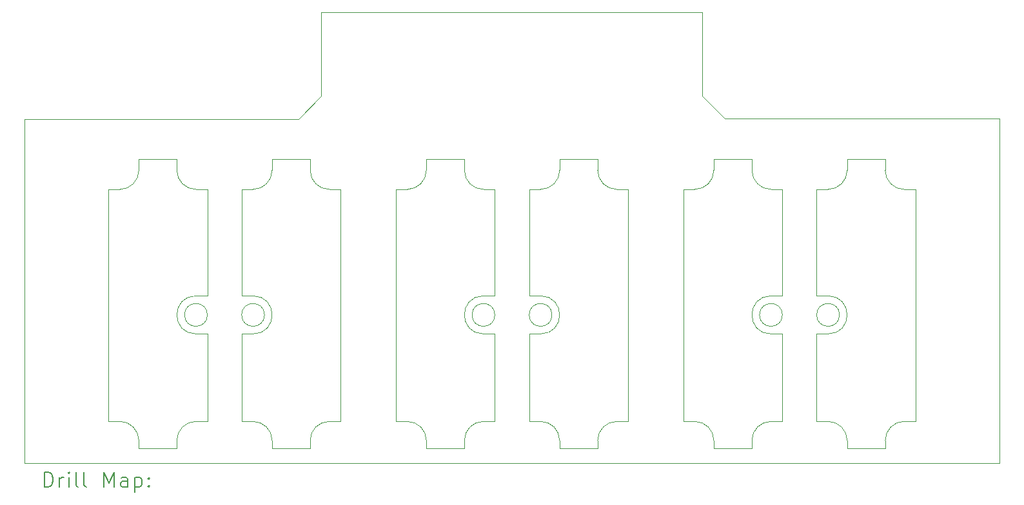
<source format=gbr>
%TF.GenerationSoftware,KiCad,Pcbnew,8.0.4*%
%TF.CreationDate,2024-09-10T22:05:45-04:00*%
%TF.ProjectId,UpperPOGO,55707065-7250-44f4-974f-2e6b69636164,v4*%
%TF.SameCoordinates,Original*%
%TF.FileFunction,Drillmap*%
%TF.FilePolarity,Positive*%
%FSLAX45Y45*%
G04 Gerber Fmt 4.5, Leading zero omitted, Abs format (unit mm)*
G04 Created by KiCad (PCBNEW 8.0.4) date 2024-09-10 22:05:45*
%MOMM*%
%LPD*%
G01*
G04 APERTURE LIST*
%ADD10C,0.050000*%
%ADD11C,0.200000*%
G04 APERTURE END LIST*
D10*
X14975000Y-7000000D02*
X14825000Y-7000000D01*
X14975000Y-10050000D02*
G75*
G02*
X15225000Y-10300000I0J-250000D01*
G01*
X11950000Y-10300000D02*
X11950000Y-10400000D01*
X19500000Y-10400000D02*
X19500000Y-10300000D01*
X19500000Y-6600000D02*
X19000000Y-6600000D01*
X10450000Y-10050000D02*
X10600000Y-10050000D01*
X13075000Y-7000000D02*
X13075000Y-10050000D01*
X17750000Y-6600000D02*
X17750000Y-6750000D01*
X19750000Y-7000000D02*
X19900000Y-7000000D01*
X12200000Y-10050000D02*
X12350000Y-10050000D01*
X14225000Y-8900000D02*
G75*
G02*
X14225000Y-8400000I0J250000D01*
G01*
X11450000Y-6750000D02*
G75*
G02*
X11200000Y-7000000I-250000J0D01*
G01*
X16850000Y-7000000D02*
X16850000Y-10050000D01*
X17000000Y-10050000D02*
X16850000Y-10050000D01*
X18150000Y-8900000D02*
X18150000Y-10050000D01*
X18750000Y-10050000D02*
G75*
G02*
X19000000Y-10300000I0J-250000D01*
G01*
X15725000Y-6600000D02*
X15225000Y-6600000D01*
X10200000Y-6750000D02*
X10200000Y-6600000D01*
X9700000Y-10400000D02*
X9700000Y-10300000D01*
X10200000Y-10300000D02*
G75*
G02*
X10450000Y-10050000I250000J0D01*
G01*
X10600000Y-7000000D02*
X10600000Y-8400000D01*
X17250000Y-10300000D02*
X17250000Y-10400000D01*
X11200000Y-8900000D02*
X11050000Y-8900000D01*
X14975000Y-8400000D02*
X14825000Y-8400000D01*
X14825000Y-8900000D02*
X14825000Y-10050000D01*
X18750000Y-8900000D02*
X18600000Y-8900000D01*
X13475000Y-6750000D02*
G75*
G02*
X13225000Y-7000000I-250000J0D01*
G01*
X13225000Y-7000000D02*
X13075000Y-7000000D01*
X11200000Y-10050000D02*
G75*
G02*
X11450000Y-10300000I0J-250000D01*
G01*
X17097500Y-5770000D02*
X17397500Y-6070000D01*
X12350000Y-7000000D02*
X12350000Y-10050000D01*
X14975000Y-8400000D02*
G75*
G02*
X14975000Y-8900000I0J-250000D01*
G01*
X17750000Y-10300000D02*
X17750000Y-10400000D01*
X10600000Y-8650000D02*
G75*
G02*
X10300000Y-8650000I-150000J0D01*
G01*
X10300000Y-8650000D02*
G75*
G02*
X10600000Y-8650000I150000J0D01*
G01*
X9450000Y-7000000D02*
X9300000Y-7000000D01*
X18000000Y-7000000D02*
X18150000Y-7000000D01*
X17000000Y-7000000D02*
X16850000Y-7000000D01*
X10200000Y-10300000D02*
X10200000Y-10400000D01*
X11050000Y-8900000D02*
X11050000Y-10050000D01*
X11200000Y-8400000D02*
G75*
G02*
X11200000Y-8900000I0J-250000D01*
G01*
X19900000Y-7000000D02*
X19900000Y-10050000D01*
X18150000Y-7000000D02*
X18150000Y-8400000D01*
X11200000Y-10050000D02*
X11050000Y-10050000D01*
X13475000Y-6600000D02*
X13975000Y-6600000D01*
X9450000Y-10050000D02*
G75*
G02*
X9700000Y-10300000I0J-250000D01*
G01*
X15725000Y-10400000D02*
X15225000Y-10400000D01*
X17000000Y-10050000D02*
G75*
G02*
X17250000Y-10300000I0J-250000D01*
G01*
X18750000Y-8400000D02*
G75*
G02*
X18750000Y-8900000I0J-250000D01*
G01*
X12097500Y-4670000D02*
X17097500Y-4670000D01*
X14825000Y-7000000D02*
X14825000Y-8400000D01*
X19750000Y-10050000D02*
X19900000Y-10050000D01*
X9700000Y-10400000D02*
X10200000Y-10400000D01*
X18600000Y-7000000D02*
X18600000Y-8400000D01*
X13975000Y-10300000D02*
X13975000Y-10400000D01*
X11950000Y-6600000D02*
X11450000Y-6600000D01*
X9300000Y-7000000D02*
X9300000Y-10050000D01*
X17750000Y-10300000D02*
G75*
G02*
X18000000Y-10050000I250000J0D01*
G01*
X9700000Y-6750000D02*
G75*
G02*
X9450000Y-7000000I-250000J0D01*
G01*
X15225000Y-6750000D02*
G75*
G02*
X14975000Y-7000000I-250000J0D01*
G01*
X12200000Y-7000000D02*
X12350000Y-7000000D01*
X14975000Y-10050000D02*
X14825000Y-10050000D01*
X14375000Y-8900000D02*
X14375000Y-10050000D01*
X14975000Y-8900000D02*
X14825000Y-8900000D01*
X14225000Y-7000000D02*
G75*
G02*
X13975000Y-6750000I0J250000D01*
G01*
X10450000Y-7000000D02*
X10600000Y-7000000D01*
X14225000Y-10050000D02*
X14375000Y-10050000D01*
X15975000Y-7000000D02*
G75*
G02*
X15725000Y-6750000I0J250000D01*
G01*
X13225000Y-10050000D02*
X13075000Y-10050000D01*
X18000000Y-8900000D02*
G75*
G02*
X18000000Y-8400000I0J250000D01*
G01*
X19500000Y-6750000D02*
X19500000Y-6600000D01*
X11950000Y-6600000D02*
X11950000Y-6750000D01*
X15125000Y-8650000D02*
G75*
G02*
X14825000Y-8650000I-150000J0D01*
G01*
X14825000Y-8650000D02*
G75*
G02*
X15125000Y-8650000I150000J0D01*
G01*
X18900000Y-8650000D02*
G75*
G02*
X18600000Y-8650000I-150000J0D01*
G01*
X18600000Y-8650000D02*
G75*
G02*
X18900000Y-8650000I150000J0D01*
G01*
X14375000Y-7000000D02*
X14375000Y-8400000D01*
X18000000Y-10050000D02*
X18150000Y-10050000D01*
X15225000Y-6750000D02*
X15225000Y-6600000D01*
X18750000Y-8400000D02*
X18600000Y-8400000D01*
X15725000Y-10300000D02*
G75*
G02*
X15975000Y-10050000I250000J0D01*
G01*
X18750000Y-10050000D02*
X18600000Y-10050000D01*
X17250000Y-6600000D02*
X17750000Y-6600000D01*
X19500000Y-10400000D02*
X19000000Y-10400000D01*
X15725000Y-10300000D02*
X15725000Y-10400000D01*
X14225000Y-7000000D02*
X14375000Y-7000000D01*
X18600000Y-8900000D02*
X18600000Y-10050000D01*
X18150000Y-8650000D02*
G75*
G02*
X17850000Y-8650000I-150000J0D01*
G01*
X17850000Y-8650000D02*
G75*
G02*
X18150000Y-8650000I150000J0D01*
G01*
X15725000Y-6600000D02*
X15725000Y-6750000D01*
X8200000Y-6075000D02*
X11800000Y-6075000D01*
X10450000Y-7000000D02*
G75*
G02*
X10200000Y-6750000I0J250000D01*
G01*
X11200000Y-8400000D02*
X11050000Y-8400000D01*
X15225000Y-10300000D02*
X15225000Y-10400000D01*
X8200000Y-10600000D02*
X8200000Y-6075000D01*
X17250000Y-10400000D02*
X17750000Y-10400000D01*
X14225000Y-8400000D02*
X14375000Y-8400000D01*
X19750000Y-7000000D02*
G75*
G02*
X19500000Y-6750000I0J250000D01*
G01*
X17250000Y-6750000D02*
G75*
G02*
X17000000Y-7000000I-250000J0D01*
G01*
X11950000Y-10300000D02*
G75*
G02*
X12200000Y-10050000I250000J0D01*
G01*
X13975000Y-6600000D02*
X13975000Y-6750000D01*
X17397500Y-6070000D02*
X20997500Y-6070000D01*
X9700000Y-6600000D02*
X10200000Y-6600000D01*
X12200000Y-7000000D02*
G75*
G02*
X11950000Y-6750000I0J250000D01*
G01*
X17097500Y-4670000D02*
X17097500Y-5770000D01*
X19000000Y-6750000D02*
G75*
G02*
X18750000Y-7000000I-250000J0D01*
G01*
X9450000Y-10050000D02*
X9300000Y-10050000D01*
X15975000Y-10050000D02*
X16125000Y-10050000D01*
X13475000Y-10300000D02*
X13475000Y-10400000D01*
X18000000Y-7000000D02*
G75*
G02*
X17750000Y-6750000I0J250000D01*
G01*
X10450000Y-8400000D02*
X10600000Y-8400000D01*
X19000000Y-10300000D02*
X19000000Y-10400000D01*
X21000000Y-10600000D02*
X20997500Y-6070000D01*
X13475000Y-6600000D02*
X13475000Y-6750000D01*
X17250000Y-6600000D02*
X17250000Y-6750000D01*
X16125000Y-7000000D02*
X16125000Y-10050000D01*
X21000000Y-10600000D02*
X8200000Y-10600000D01*
X13225000Y-10050000D02*
G75*
G02*
X13475000Y-10300000I0J-250000D01*
G01*
X18750000Y-7000000D02*
X18600000Y-7000000D01*
X19000000Y-6600000D02*
X19000000Y-6750000D01*
X10450000Y-8900000D02*
X10600000Y-8900000D01*
X14225000Y-8900000D02*
X14375000Y-8900000D01*
X13475000Y-10400000D02*
X13975000Y-10400000D01*
X11200000Y-7000000D02*
X11050000Y-7000000D01*
X9700000Y-6750000D02*
X9700000Y-6600000D01*
X11950000Y-10400000D02*
X11450000Y-10400000D01*
X11450000Y-6750000D02*
X11450000Y-6600000D01*
X14375000Y-8650000D02*
G75*
G02*
X14075000Y-8650000I-150000J0D01*
G01*
X14075000Y-8650000D02*
G75*
G02*
X14375000Y-8650000I150000J0D01*
G01*
X11800000Y-6075000D02*
X12097500Y-5770000D01*
X10450000Y-8900000D02*
G75*
G02*
X10450000Y-8400000I0J250000D01*
G01*
X18000000Y-8400000D02*
X18150000Y-8400000D01*
X11350000Y-8650000D02*
G75*
G02*
X11050000Y-8650000I-150000J0D01*
G01*
X11050000Y-8650000D02*
G75*
G02*
X11350000Y-8650000I150000J0D01*
G01*
X12097500Y-5770000D02*
X12097500Y-4670000D01*
X10600000Y-8900000D02*
X10600000Y-10050000D01*
X18000000Y-8900000D02*
X18150000Y-8900000D01*
X13975000Y-10300000D02*
G75*
G02*
X14225000Y-10050000I250000J0D01*
G01*
X11050000Y-7000000D02*
X11050000Y-8400000D01*
X15975000Y-7000000D02*
X16125000Y-7000000D01*
X11450000Y-10300000D02*
X11450000Y-10400000D01*
X19500000Y-10300000D02*
G75*
G02*
X19750000Y-10050000I250000J0D01*
G01*
D11*
X8458277Y-10913984D02*
X8458277Y-10713984D01*
X8458277Y-10713984D02*
X8505896Y-10713984D01*
X8505896Y-10713984D02*
X8534467Y-10723508D01*
X8534467Y-10723508D02*
X8553515Y-10742555D01*
X8553515Y-10742555D02*
X8563039Y-10761603D01*
X8563039Y-10761603D02*
X8572563Y-10799698D01*
X8572563Y-10799698D02*
X8572563Y-10828270D01*
X8572563Y-10828270D02*
X8563039Y-10866365D01*
X8563039Y-10866365D02*
X8553515Y-10885412D01*
X8553515Y-10885412D02*
X8534467Y-10904460D01*
X8534467Y-10904460D02*
X8505896Y-10913984D01*
X8505896Y-10913984D02*
X8458277Y-10913984D01*
X8658277Y-10913984D02*
X8658277Y-10780650D01*
X8658277Y-10818746D02*
X8667801Y-10799698D01*
X8667801Y-10799698D02*
X8677324Y-10790174D01*
X8677324Y-10790174D02*
X8696372Y-10780650D01*
X8696372Y-10780650D02*
X8715420Y-10780650D01*
X8782086Y-10913984D02*
X8782086Y-10780650D01*
X8782086Y-10713984D02*
X8772563Y-10723508D01*
X8772563Y-10723508D02*
X8782086Y-10733031D01*
X8782086Y-10733031D02*
X8791610Y-10723508D01*
X8791610Y-10723508D02*
X8782086Y-10713984D01*
X8782086Y-10713984D02*
X8782086Y-10733031D01*
X8905896Y-10913984D02*
X8886848Y-10904460D01*
X8886848Y-10904460D02*
X8877324Y-10885412D01*
X8877324Y-10885412D02*
X8877324Y-10713984D01*
X9010658Y-10913984D02*
X8991610Y-10904460D01*
X8991610Y-10904460D02*
X8982086Y-10885412D01*
X8982086Y-10885412D02*
X8982086Y-10713984D01*
X9239229Y-10913984D02*
X9239229Y-10713984D01*
X9239229Y-10713984D02*
X9305896Y-10856841D01*
X9305896Y-10856841D02*
X9372563Y-10713984D01*
X9372563Y-10713984D02*
X9372563Y-10913984D01*
X9553515Y-10913984D02*
X9553515Y-10809222D01*
X9553515Y-10809222D02*
X9543991Y-10790174D01*
X9543991Y-10790174D02*
X9524944Y-10780650D01*
X9524944Y-10780650D02*
X9486848Y-10780650D01*
X9486848Y-10780650D02*
X9467801Y-10790174D01*
X9553515Y-10904460D02*
X9534467Y-10913984D01*
X9534467Y-10913984D02*
X9486848Y-10913984D01*
X9486848Y-10913984D02*
X9467801Y-10904460D01*
X9467801Y-10904460D02*
X9458277Y-10885412D01*
X9458277Y-10885412D02*
X9458277Y-10866365D01*
X9458277Y-10866365D02*
X9467801Y-10847317D01*
X9467801Y-10847317D02*
X9486848Y-10837793D01*
X9486848Y-10837793D02*
X9534467Y-10837793D01*
X9534467Y-10837793D02*
X9553515Y-10828270D01*
X9648753Y-10780650D02*
X9648753Y-10980650D01*
X9648753Y-10790174D02*
X9667801Y-10780650D01*
X9667801Y-10780650D02*
X9705896Y-10780650D01*
X9705896Y-10780650D02*
X9724944Y-10790174D01*
X9724944Y-10790174D02*
X9734467Y-10799698D01*
X9734467Y-10799698D02*
X9743991Y-10818746D01*
X9743991Y-10818746D02*
X9743991Y-10875889D01*
X9743991Y-10875889D02*
X9734467Y-10894936D01*
X9734467Y-10894936D02*
X9724944Y-10904460D01*
X9724944Y-10904460D02*
X9705896Y-10913984D01*
X9705896Y-10913984D02*
X9667801Y-10913984D01*
X9667801Y-10913984D02*
X9648753Y-10904460D01*
X9829705Y-10894936D02*
X9839229Y-10904460D01*
X9839229Y-10904460D02*
X9829705Y-10913984D01*
X9829705Y-10913984D02*
X9820182Y-10904460D01*
X9820182Y-10904460D02*
X9829705Y-10894936D01*
X9829705Y-10894936D02*
X9829705Y-10913984D01*
X9829705Y-10790174D02*
X9839229Y-10799698D01*
X9839229Y-10799698D02*
X9829705Y-10809222D01*
X9829705Y-10809222D02*
X9820182Y-10799698D01*
X9820182Y-10799698D02*
X9829705Y-10790174D01*
X9829705Y-10790174D02*
X9829705Y-10809222D01*
M02*

</source>
